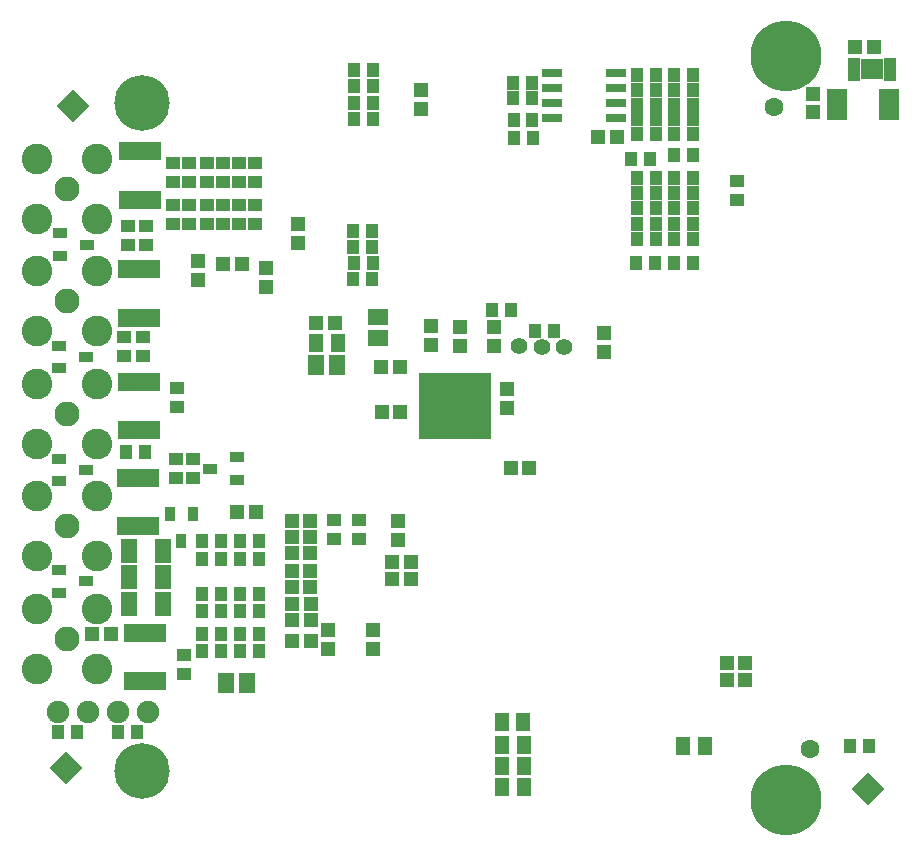
<source format=gbs>
%FSLAX25Y25*%
%MOIN*%
G70*
G01*
G75*
G04 Layer_Color=16711935*
%ADD10R,0.03740X0.03937*%
%ADD11R,0.03937X0.03543*%
%ADD12R,0.03937X0.03740*%
%ADD13R,0.05906X0.01772*%
%ADD14R,0.03347X0.01772*%
%ADD15R,0.03347X0.01181*%
%ADD16R,0.02362X0.06102*%
%ADD17R,0.03543X0.03937*%
%ADD18R,0.03543X0.04331*%
%ADD19R,0.01575X0.03543*%
%ADD20R,0.07874X0.02362*%
%ADD21R,0.07087X0.04921*%
%ADD22R,0.03543X0.01575*%
%ADD23O,0.04331X0.01378*%
%ADD24O,0.01378X0.04331*%
%ADD25R,0.16535X0.16535*%
%ADD26R,0.04134X0.02559*%
%ADD27R,0.01181X0.05906*%
%ADD28R,0.05906X0.01181*%
%ADD29C,0.03937*%
%ADD30O,0.03347X0.01181*%
%ADD31O,0.01181X0.03347*%
%ADD32R,0.25000X0.25000*%
%ADD33R,0.08661X0.06102*%
%ADD34R,0.07008X0.14016*%
%ADD35R,0.05906X0.02165*%
%ADD36R,0.02165X0.05906*%
%ADD37C,0.02520*%
%ADD38R,0.09843X0.06890*%
%ADD39R,0.01181X0.03347*%
%ADD40R,0.08465X0.03740*%
%ADD41R,0.08465X0.12795*%
%ADD42R,0.04921X0.07087*%
%ADD43R,0.05512X0.04134*%
%ADD44R,0.06102X0.02362*%
%ADD45P,0.05568X4X360.0*%
%ADD46P,0.05568X4X270.0*%
%ADD47R,0.01772X0.05906*%
%ADD48C,0.00600*%
%ADD49C,0.01000*%
%ADD50C,0.01200*%
%ADD51C,0.00800*%
%ADD52C,0.03000*%
%ADD53C,0.01500*%
%ADD54C,0.02000*%
%ADD55C,0.00820*%
%ADD56C,0.04000*%
%ADD57C,0.02400*%
%ADD58C,0.00500*%
%ADD59C,0.06693*%
%ADD60C,0.09449*%
%ADD61C,0.07480*%
%ADD62C,0.17716*%
%ADD63C,0.22835*%
%ADD64C,0.02400*%
%ADD65R,0.08000X0.32000*%
%ADD66R,0.08000X0.08000*%
%ADD67C,0.05137*%
%ADD68C,0.07893*%
%ADD69C,0.05924*%
%ADD70C,0.11830*%
%ADD71C,0.06318*%
%ADD72C,0.02200*%
%ADD73R,0.08000X0.24000*%
%ADD74R,0.08000X0.16000*%
G04:AMPARAMS|DCode=75|XSize=99.37mil|YSize=99.37mil|CornerRadius=0mil|HoleSize=0mil|Usage=FLASHONLY|Rotation=0.000|XOffset=0mil|YOffset=0mil|HoleType=Round|Shape=Relief|Width=30mil|Gap=10mil|Entries=4|*
%AMTHD75*
7,0,0,0.09937,0.07937,0.03000,45*
%
%ADD75THD75*%
%ADD76C,0.02600*%
G04:AMPARAMS|DCode=77|XSize=126.929mil|YSize=126.929mil|CornerRadius=0mil|HoleSize=0mil|Usage=FLASHONLY|Rotation=0.000|XOffset=0mil|YOffset=0mil|HoleType=Round|Shape=Relief|Width=30mil|Gap=10mil|Entries=4|*
%AMTHD77*
7,0,0,0.12693,0.10693,0.03000,45*
%
%ADD77THD77*%
G04:AMPARAMS|DCode=78|XSize=166.299mil|YSize=166.299mil|CornerRadius=0mil|HoleSize=0mil|Usage=FLASHONLY|Rotation=0.000|XOffset=0mil|YOffset=0mil|HoleType=Round|Shape=Relief|Width=30mil|Gap=10mil|Entries=4|*
%AMTHD78*
7,0,0,0.16630,0.14630,0.03000,45*
%
%ADD78THD78*%
%ADD79R,0.06890X0.06102*%
%ADD80R,0.04134X0.05512*%
%ADD81R,0.04528X0.05709*%
%ADD82C,0.04724*%
%ADD83R,0.04528X0.07087*%
%ADD84R,0.05709X0.04528*%
%ADD85R,0.02559X0.04134*%
%ADD86R,0.13583X0.05118*%
%ADD87C,0.01969*%
%ADD88C,0.00984*%
%ADD89C,0.02362*%
%ADD90C,0.00394*%
%ADD91C,0.00787*%
%ADD92C,0.00700*%
%ADD93C,0.00799*%
%ADD94C,0.01181*%
%ADD95R,0.10472X0.10472*%
%ADD96R,0.04540X0.04737*%
%ADD97R,0.04737X0.04343*%
%ADD98R,0.04737X0.04540*%
%ADD99R,0.06706X0.02572*%
%ADD100R,0.04147X0.02572*%
%ADD101R,0.04147X0.01981*%
%ADD102R,0.03162X0.06902*%
%ADD103R,0.04343X0.04737*%
%ADD104R,0.04343X0.05131*%
%ADD105R,0.02375X0.04343*%
%ADD106R,0.08674X0.03162*%
%ADD107R,0.07887X0.05721*%
%ADD108R,0.04343X0.02375*%
%ADD109O,0.05131X0.02178*%
%ADD110O,0.02178X0.05131*%
%ADD111R,0.17335X0.17335*%
%ADD112R,0.04934X0.03359*%
%ADD113R,0.01981X0.06706*%
%ADD114R,0.06706X0.01981*%
%ADD115C,0.07874*%
%ADD116O,0.04147X0.01981*%
%ADD117O,0.01981X0.04147*%
%ADD118R,0.25800X0.25800*%
%ADD119R,0.09461X0.06902*%
%ADD120R,0.07808X0.14816*%
%ADD121R,0.06706X0.02965*%
%ADD122R,0.02965X0.06706*%
%ADD123C,0.03320*%
%ADD124R,0.10642X0.07690*%
%ADD125R,0.01981X0.04147*%
%ADD126R,0.09265X0.04540*%
%ADD127R,0.09265X0.13595*%
%ADD128R,0.05721X0.07887*%
%ADD129R,0.06312X0.04934*%
%ADD130R,0.06902X0.03162*%
%ADD131P,0.11136X4X360.0*%
%ADD132P,0.11136X4X270.0*%
%ADD133R,0.02572X0.06706*%
%ADD134C,0.07493*%
%ADD135C,0.10249*%
%ADD136C,0.08280*%
%ADD137C,0.18517*%
%ADD138C,0.23635*%
%ADD139C,0.06299*%
%ADD140R,0.24000X0.22000*%
%ADD141R,0.07690X0.06902*%
%ADD142R,0.04934X0.06312*%
%ADD143R,0.05328X0.06509*%
%ADD144C,0.05524*%
%ADD145R,0.05328X0.07887*%
%ADD146R,0.06509X0.05328*%
%ADD147R,0.03359X0.04934*%
%ADD148R,0.14383X0.05918*%
D96*
X-107350Y-5900D02*
D03*
X-101050D02*
D03*
X-78250Y104700D02*
D03*
X-71950D02*
D03*
X-165950Y42500D02*
D03*
X-172250D02*
D03*
X-144150Y27900D02*
D03*
X-150450D02*
D03*
X-196950Y62300D02*
D03*
X-203250D02*
D03*
X-174050Y-45400D02*
D03*
X-180350D02*
D03*
X-146950Y-37200D02*
D03*
X-140650D02*
D03*
X-198450Y-20600D02*
D03*
X-192150D02*
D03*
X-144050Y12800D02*
D03*
X-150350D02*
D03*
X13750Y134500D02*
D03*
X7450D02*
D03*
X-174050Y-40000D02*
D03*
X-180350D02*
D03*
X-174050Y-34100D02*
D03*
X-180350D02*
D03*
X-174050Y-28700D02*
D03*
X-180350D02*
D03*
Y-23300D02*
D03*
X-174050D02*
D03*
X-173950Y-51100D02*
D03*
X-180250D02*
D03*
X-146950Y-42800D02*
D03*
X-140650D02*
D03*
X-173950Y-56500D02*
D03*
X-180250D02*
D03*
Y-63600D02*
D03*
X-173950D02*
D03*
X-240650Y-61200D02*
D03*
X-246950D02*
D03*
X-29050Y-70700D02*
D03*
X-35350D02*
D03*
X-29050Y-76400D02*
D03*
X-35350D02*
D03*
D97*
X-32000Y83650D02*
D03*
Y89950D02*
D03*
X-220000Y75450D02*
D03*
Y81750D02*
D03*
X-214500Y75450D02*
D03*
Y81750D02*
D03*
X-220000Y89650D02*
D03*
Y95950D02*
D03*
X-214500Y89650D02*
D03*
Y95950D02*
D03*
X-192400Y75450D02*
D03*
Y81750D02*
D03*
X-192400Y89650D02*
D03*
Y95950D02*
D03*
X-197767Y75450D02*
D03*
Y81750D02*
D03*
X-197833Y89650D02*
D03*
Y95950D02*
D03*
X-208500Y75450D02*
D03*
Y81750D02*
D03*
X-203133Y75450D02*
D03*
Y81750D02*
D03*
X-208700Y89650D02*
D03*
Y95950D02*
D03*
X-203267Y89650D02*
D03*
Y95950D02*
D03*
X-229900Y31450D02*
D03*
Y37750D02*
D03*
X-157900Y-29450D02*
D03*
Y-23150D02*
D03*
X-236100Y31550D02*
D03*
Y37850D02*
D03*
X-229000Y74850D02*
D03*
Y68550D02*
D03*
X-234800Y68450D02*
D03*
Y74750D02*
D03*
X-218638Y14689D02*
D03*
Y20988D02*
D03*
X-219000Y-2750D02*
D03*
Y-9050D02*
D03*
X-166200Y-23050D02*
D03*
Y-29350D02*
D03*
X-213200Y-9050D02*
D03*
Y-2750D02*
D03*
X-216300Y-74550D02*
D03*
Y-68250D02*
D03*
D98*
X-76300Y39250D02*
D03*
Y32950D02*
D03*
X-124300Y35050D02*
D03*
Y41350D02*
D03*
X-113000Y41250D02*
D03*
Y34950D02*
D03*
X-211700Y63350D02*
D03*
Y57050D02*
D03*
X-178300Y69250D02*
D03*
Y75550D02*
D03*
X-188900Y60750D02*
D03*
Y54450D02*
D03*
X-137300Y113850D02*
D03*
Y120150D02*
D03*
X-134000Y35150D02*
D03*
Y41450D02*
D03*
X-108400Y14250D02*
D03*
Y20550D02*
D03*
X-6400Y112750D02*
D03*
Y119050D02*
D03*
X-144800Y-29650D02*
D03*
Y-23350D02*
D03*
X-153300Y-59850D02*
D03*
Y-66150D02*
D03*
X-168100Y-59901D02*
D03*
Y-66200D02*
D03*
D99*
X1439Y119339D02*
D03*
Y116779D02*
D03*
Y114220D02*
D03*
Y111661D02*
D03*
X18761D02*
D03*
Y114220D02*
D03*
Y116779D02*
D03*
Y119339D02*
D03*
D101*
X7294Y130053D02*
D03*
Y128084D02*
D03*
Y126116D02*
D03*
Y124147D02*
D03*
X19106D02*
D03*
Y126116D02*
D03*
Y128084D02*
D03*
Y130053D02*
D03*
D103*
X-99050Y39800D02*
D03*
X-92750D02*
D03*
X-65450Y62600D02*
D03*
X-59150D02*
D03*
X-52750Y62500D02*
D03*
X-46450D02*
D03*
X-67150Y97200D02*
D03*
X-60850D02*
D03*
X-52950Y98500D02*
D03*
X-46650D02*
D03*
X-52850Y91000D02*
D03*
X-46550D02*
D03*
X-65200D02*
D03*
X-58900D02*
D03*
X-65200Y70600D02*
D03*
X-58900D02*
D03*
X-65200Y75700D02*
D03*
X-58900D02*
D03*
X-52850D02*
D03*
X-46550D02*
D03*
X-52850Y70500D02*
D03*
X-46550D02*
D03*
X-65200Y80800D02*
D03*
X-58900D02*
D03*
X-65200Y85900D02*
D03*
X-58900D02*
D03*
X-52850D02*
D03*
X-46550D02*
D03*
X-52850Y80800D02*
D03*
X-46550D02*
D03*
X-65150Y105600D02*
D03*
X-58850D02*
D03*
X-65150Y110500D02*
D03*
X-58850D02*
D03*
X-52850D02*
D03*
X-46550D02*
D03*
X-52850Y105500D02*
D03*
X-46550D02*
D03*
X-65200Y115350D02*
D03*
X-58900D02*
D03*
X-65200Y120250D02*
D03*
X-58900D02*
D03*
X-65200Y125150D02*
D03*
X-58900D02*
D03*
X-52900Y120250D02*
D03*
X-46600D02*
D03*
X-52900Y115350D02*
D03*
X-46600D02*
D03*
X-106250Y104300D02*
D03*
X-99950D02*
D03*
X-100050Y110100D02*
D03*
X-106350D02*
D03*
X-100150Y117400D02*
D03*
X-106450D02*
D03*
Y122500D02*
D03*
X-100150D02*
D03*
X-107350Y47000D02*
D03*
X-113650D02*
D03*
X5750Y-98300D02*
D03*
X12050D02*
D03*
X-191250Y-53400D02*
D03*
X-197550D02*
D03*
X-203850D02*
D03*
X-210150D02*
D03*
X-203850Y-61200D02*
D03*
X-210150D02*
D03*
X-203850Y-30200D02*
D03*
X-210150D02*
D03*
X-203850Y-36200D02*
D03*
X-210150D02*
D03*
X-203850Y-66900D02*
D03*
X-210150D02*
D03*
X-191250Y-47700D02*
D03*
X-197550D02*
D03*
X-191301Y-30200D02*
D03*
X-197600D02*
D03*
X-191250Y-66900D02*
D03*
X-197550D02*
D03*
X-191301Y-36200D02*
D03*
X-197600D02*
D03*
X-203850Y-47700D02*
D03*
X-210150D02*
D03*
X-52900Y125150D02*
D03*
X-46600D02*
D03*
X-159750Y57100D02*
D03*
X-153450D02*
D03*
X-159750Y67900D02*
D03*
X-153450D02*
D03*
X-153350Y62500D02*
D03*
X-159650D02*
D03*
X-153450Y73300D02*
D03*
X-159750D02*
D03*
X-159450Y126800D02*
D03*
X-153150D02*
D03*
Y121500D02*
D03*
X-159450D02*
D03*
Y116000D02*
D03*
X-153150D02*
D03*
Y110700D02*
D03*
X-159450D02*
D03*
X-231850Y-93900D02*
D03*
X-238150D02*
D03*
X-229350Y-600D02*
D03*
X-235650D02*
D03*
X-197550Y-61200D02*
D03*
X-191250D02*
D03*
X-251750Y-93900D02*
D03*
X-258050D02*
D03*
D112*
X-248972Y-43600D02*
D03*
X-258028Y-39860D02*
D03*
Y-47340D02*
D03*
X-207528Y-6000D02*
D03*
X-198472Y-9740D02*
D03*
Y-2260D02*
D03*
X-248772Y-6500D02*
D03*
X-257828Y-2760D02*
D03*
Y-10240D02*
D03*
X-248572Y68700D02*
D03*
X-257628Y72440D02*
D03*
Y64960D02*
D03*
X-248972Y31200D02*
D03*
X-258028Y34940D02*
D03*
Y27460D02*
D03*
D130*
X-93430Y110900D02*
D03*
Y115900D02*
D03*
Y120900D02*
D03*
Y125900D02*
D03*
X-72170Y110900D02*
D03*
Y115900D02*
D03*
Y120900D02*
D03*
Y125900D02*
D03*
D131*
X-253100Y114800D02*
D03*
X-255600Y-105700D02*
D03*
X11900Y-112700D02*
D03*
D134*
X-238100Y-87200D02*
D03*
X-228100D02*
D03*
X-248100D02*
D03*
X-258100D02*
D03*
D135*
X-265100Y77300D02*
D03*
X-245100Y97300D02*
D03*
X-265100D02*
D03*
X-245100Y77300D02*
D03*
Y39800D02*
D03*
X-265100Y59800D02*
D03*
X-245100D02*
D03*
X-265100Y39800D02*
D03*
X-245100Y-35200D02*
D03*
X-265100Y-15200D02*
D03*
X-245100D02*
D03*
X-265100Y-35200D02*
D03*
X-245100Y-72700D02*
D03*
X-265100Y-52700D02*
D03*
X-245100D02*
D03*
X-265100Y-72700D02*
D03*
Y2300D02*
D03*
X-245100Y22300D02*
D03*
X-265100D02*
D03*
X-245100Y2300D02*
D03*
D136*
X-255100Y87300D02*
D03*
Y49800D02*
D03*
Y-25200D02*
D03*
Y-62700D02*
D03*
Y12300D02*
D03*
D137*
X-230364Y116021D02*
D03*
Y-106617D02*
D03*
D138*
X-15403Y131572D02*
D03*
X-15500Y-116500D02*
D03*
D139*
X-19529Y114569D02*
D03*
X-7529Y-99531D02*
D03*
D140*
X-126000Y15000D02*
D03*
D141*
X13200Y127100D02*
D03*
D142*
X-164957Y36000D02*
D03*
X-172043D02*
D03*
X-103057Y-90500D02*
D03*
X-110143D02*
D03*
X-103013Y-98200D02*
D03*
X-110100D02*
D03*
X-103013Y-112200D02*
D03*
X-110100D02*
D03*
X-103013Y-105200D02*
D03*
X-110100D02*
D03*
X-42657Y-98300D02*
D03*
X-49743D02*
D03*
D143*
X-172143Y28600D02*
D03*
X-165057D02*
D03*
X-202243Y-77600D02*
D03*
X-195157D02*
D03*
D144*
X-104500Y34800D02*
D03*
X-89600Y34400D02*
D03*
X-97000Y34600D02*
D03*
D145*
X-223091Y-51000D02*
D03*
X-234509D02*
D03*
X-223091Y-42200D02*
D03*
X-234509D02*
D03*
X-223191Y-33600D02*
D03*
X-234609D02*
D03*
D146*
X-151700Y44543D02*
D03*
Y37457D02*
D03*
D147*
X-220840Y-21172D02*
D03*
X-213360D02*
D03*
X-217100Y-30228D02*
D03*
D148*
X-230800Y83629D02*
D03*
Y99771D02*
D03*
X-231300Y44329D02*
D03*
Y60471D02*
D03*
X-231200Y6729D02*
D03*
Y22871D02*
D03*
X-231400Y-9029D02*
D03*
Y-25171D02*
D03*
X-229300Y-76771D02*
D03*
Y-60629D02*
D03*
M02*

</source>
